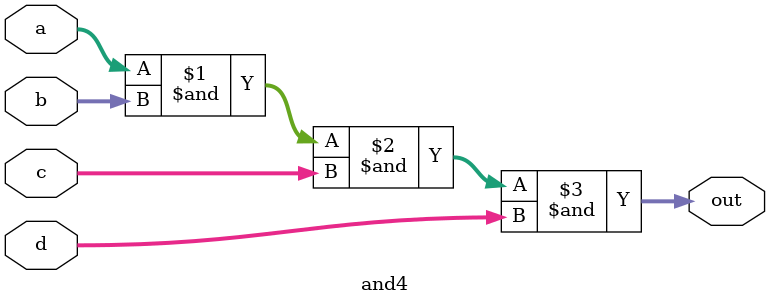
<source format=v>
module and4 (
    input [1:0] a,
    input [1:0] b,
    input [1:0] c,
    input [1:0] d,
    output reg [1:0] out
);

assign out = (a & b & c & d);

endmodule

</source>
